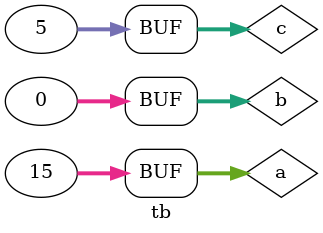
<source format=v>
module tb();

integer a, b, c;

initial begin
	a=0; b=10; c=5;
	a <= b+c; 
	b <= a;
end

initial begin
	$monitor("time=%0t, a=%0d, b=%0d, c=%0d", $time, a, b, c);
end

endmodule





</source>
